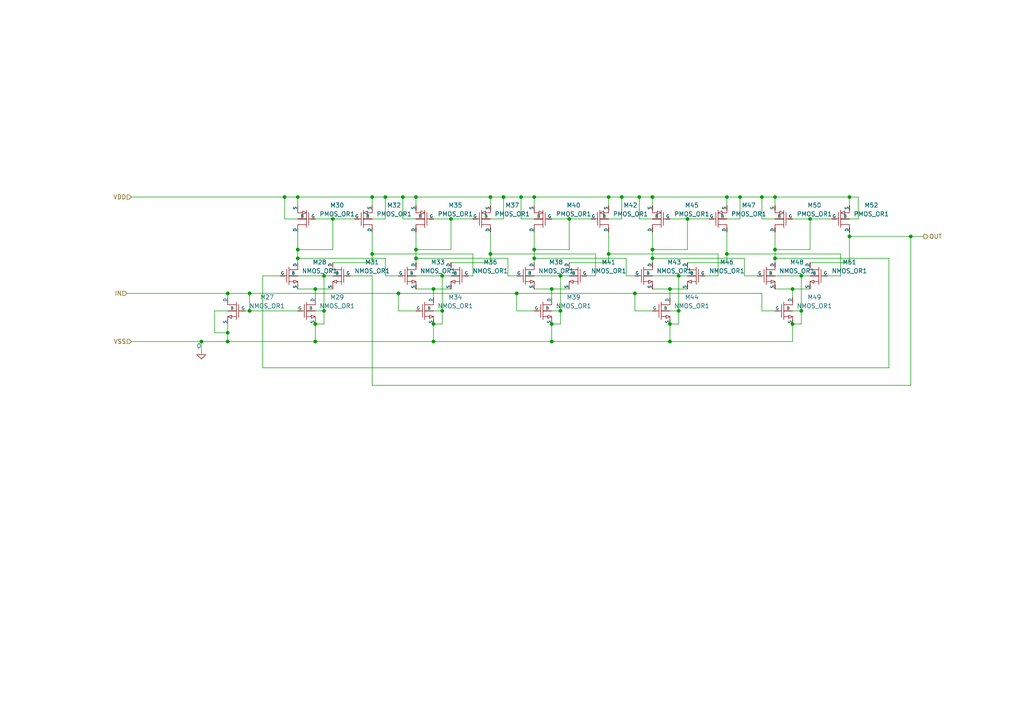
<source format=kicad_sch>
(kicad_sch (version 20230121) (generator eeschema)
  (paper "A4")
  (lib_symbols
    (symbol "OR1Symbols:0" (power) (pin_names (offset 0))
      (property "Value" "0" (at 0 -1.27 0))
      (symbol "0_0_1"
        (polyline (pts (xy -1.27 0) (xy 1.27 0) (xy 0 -1.27) (xy -1.27 0)))
      )
      (symbol "0_1_1"
        (pin power_in line (at 0 0 180) (length 0) hide (name "0") (number "1"))
      )
    )
    (symbol "OR1Symbols:NMOS_OR1" (pin_numbers hide) (pin_names (offset 0))
      (property "Reference" "M" (at 8.89 5.08 0))
      (property "Value" "NMOS_OR1" (at 8.89 2.54 0))
      (symbol "NMOS_OR1_0_1"
        (polyline (pts (xy 0 0) (xy 1.905 0)))
        (polyline (pts (xy 1.905 1.905) (xy 1.905 -1.905)))
        (polyline (pts (xy 2.54 -2.54) (xy 2.54 2.54)))
        (polyline (pts (xy 2.54 -1.651) (xy 3.937 -1.651)))
        (polyline (pts (xy 2.54 0) (xy 5.08 0)))
        (polyline (pts (xy 2.54 1.778) (xy 5.08 1.778)))
        (polyline (pts (xy 3.937 -2.159) (xy 3.937 -1.27)))
        (polyline (pts (xy 3.937 -1.27) (xy 5.08 -1.651)))
        (polyline (pts (xy 5.08 -1.651) (xy 3.937 -2.159)))
        (polyline (pts (xy 5.08 -1.651) (xy 5.08 -3.81)))
        (polyline (pts (xy 5.08 1.778) (xy 5.08 3.81)))
      )
      (symbol "NMOS_OR1_1_1"
        (pin passive line (at 5.08 3.81 270) (length 1.27) (name "D") (number "1"))
        (pin passive line (at 0 0 0) (length 1.27) (name "G") (number "2"))
        (pin passive line (at 5.08 -3.81 90) (length 1.27) (name "S") (number "3"))
        (pin passive line (at 5.08 0 180) (length 2.54) (name "B") (number "4"))
      )
    )
    (symbol "OR1Symbols:PMOS_OR1" (pin_numbers hide) (pin_names (offset 0))
      (property "Reference" "M" (at 8.89 5.08 0))
      (property "Value" "PMOS_OR1" (at 8.89 2.54 0))
      (symbol "PMOS_OR1_0_1"
        (polyline (pts (xy 0 0) (xy 1.905 0)))
        (polyline (pts (xy 1.905 1.905) (xy 1.905 -1.905)))
        (polyline (pts (xy 2.54 -2.54) (xy 2.54 2.54)))
        (polyline (pts (xy 2.54 -1.651) (xy 5.08 -1.651)))
        (polyline (pts (xy 2.54 0) (xy 5.08 0)))
        (polyline (pts (xy 2.54 1.778) (xy 3.683 2.286)))
        (polyline (pts (xy 3.683 1.397) (xy 2.54 1.778)))
        (polyline (pts (xy 3.683 1.397) (xy 3.683 2.286)))
        (polyline (pts (xy 3.683 1.778) (xy 5.08 1.778)))
        (polyline (pts (xy 5.08 -1.651) (xy 5.08 -3.81)))
        (polyline (pts (xy 5.08 1.778) (xy 5.08 3.81)))
      )
      (symbol "PMOS_OR1_1_1"
        (pin passive line (at 5.08 -3.81 90) (length 1.27) (name "D") (number "1"))
        (pin passive line (at 0 0 0) (length 1.27) (name "G") (number "2"))
        (pin passive line (at 5.08 3.81 270) (length 1.27) (name "S") (number "3"))
        (pin passive line (at 5.08 0 180) (length 2.54) (name "B") (number "4"))
      )
    )
  )
  (junction (at 93.98 80.01))
  (junction (at 232.41 80.01))
  (junction (at 154.94 72.39))
  (junction (at 224.79 57.15))
  (junction (at 120.65 57.15))
  (junction (at 91.44 93.98))
  (junction (at 125.73 99.06))
  (junction (at 196.85 90.17))
  (junction (at 115.57 85.09))
  (junction (at 107.95 73.66))
  (junction (at 232.41 90.17))
  (junction (at 194.31 93.98))
  (junction (at 162.56 80.01))
  (junction (at 162.56 90.17))
  (junction (at 234.95 63.5))
  (junction (at 142.24 73.66))
  (junction (at 229.87 93.98))
  (junction (at 58.42 99.06))
  (junction (at 160.02 83.82))
  (junction (at 160.02 99.06))
  (junction (at 86.36 57.15))
  (junction (at 180.34 57.15))
  (junction (at 125.73 93.98))
  (junction (at 229.87 83.82))
  (junction (at 176.53 57.15))
  (junction (at 91.44 99.06))
  (junction (at 130.81 63.5))
  (junction (at 199.39 63.5))
  (junction (at 91.44 83.82))
  (junction (at 210.82 73.66))
  (junction (at 214.63 57.15))
  (junction (at 116.84 57.15))
  (junction (at 93.98 90.17))
  (junction (at 189.23 74.93))
  (junction (at 184.15 85.09))
  (junction (at 176.53 73.66))
  (junction (at 246.38 57.15))
  (junction (at 66.04 96.52))
  (junction (at 224.79 72.39))
  (junction (at 120.65 72.39))
  (junction (at 128.27 80.01))
  (junction (at 185.42 57.15))
  (junction (at 149.86 85.09))
  (junction (at 107.95 57.15))
  (junction (at 146.05 57.15))
  (junction (at 264.16 68.58))
  (junction (at 210.82 57.15))
  (junction (at 165.1 63.5))
  (junction (at 220.98 57.15))
  (junction (at 154.94 74.93))
  (junction (at 86.36 72.39))
  (junction (at 82.55 57.15))
  (junction (at 142.24 57.15))
  (junction (at 194.31 99.06))
  (junction (at 194.31 83.82))
  (junction (at 151.13 57.15))
  (junction (at 120.65 74.93))
  (junction (at 160.02 93.98))
  (junction (at 86.36 74.93))
  (junction (at 128.27 90.17))
  (junction (at 246.38 68.58))
  (junction (at 154.94 57.15))
  (junction (at 189.23 57.15))
  (junction (at 66.04 85.09))
  (junction (at 111.76 57.15))
  (junction (at 72.39 90.17))
  (junction (at 72.39 85.09))
  (junction (at 96.52 63.5))
  (junction (at 125.73 83.82))
  (junction (at 189.23 72.39))
  (junction (at 66.04 99.06))
  (junction (at 224.79 74.93))
  (junction (at 196.85 80.01))
  (wire (pts (xy 194.31 93.98) (xy 194.31 99.06)))
  (wire (pts (xy 220.98 57.15) (xy 224.79 57.15)))
  (wire (pts (xy 107.95 111.76) (xy 264.16 111.76)))
  (wire (pts (xy 116.84 57.15) (xy 120.65 57.15)))
  (wire (pts (xy 96.52 63.5) (xy 96.52 72.39)))
  (wire (pts (xy 86.36 83.82) (xy 91.44 83.82)))
  (wire (pts (xy 210.82 57.15) (xy 214.63 57.15)))
  (wire (pts (xy 125.73 63.5) (xy 130.81 63.5)))
  (wire (pts (xy 115.57 85.09) (xy 149.86 85.09)))
  (wire (pts (xy 210.82 63.5) (xy 214.63 63.5)))
  (wire (pts (xy 264.16 68.58) (xy 267.97 68.58)))
  (wire (pts (xy 107.95 73.66) (xy 137.16 73.66)))
  (wire (pts (xy 224.79 74.93) (xy 224.79 76.2)))
  (wire (pts (xy 257.81 106.68) (xy 76.2 106.68)))
  (wire (pts (xy 180.34 57.15) (xy 185.42 57.15)))
  (wire (pts (xy 146.05 57.15) (xy 151.13 57.15)))
  (wire (pts (xy 120.65 83.82) (xy 125.73 83.82)))
  (wire (pts (xy 180.34 57.15) (xy 180.34 63.5)))
  (wire (pts (xy 176.53 73.66) (xy 176.53 76.2)))
  (wire (pts (xy 224.79 72.39) (xy 224.79 74.93)))
  (wire (pts (xy 165.1 63.5) (xy 171.45 63.5)))
  (wire (pts (xy 194.31 63.5) (xy 199.39 63.5)))
  (wire (pts (xy 199.39 63.5) (xy 205.74 63.5)))
  (wire (pts (xy 62.23 96.52) (xy 66.04 96.52)))
  (wire (pts (xy 128.27 93.98) (xy 125.73 93.98)))
  (wire (pts (xy 232.41 90.17) (xy 232.41 93.98)))
  (wire (pts (xy 107.95 73.66) (xy 107.95 76.2)))
  (wire (pts (xy 246.38 68.58) (xy 264.16 68.58)))
  (wire (pts (xy 86.36 72.39) (xy 96.52 72.39)))
  (wire (pts (xy 154.94 74.93) (xy 181.61 74.93)))
  (wire (pts (xy 160.02 83.82) (xy 165.1 83.82)))
  (wire (pts (xy 220.98 57.15) (xy 220.98 63.5)))
  (wire (pts (xy 210.82 73.66) (xy 210.82 76.2)))
  (wire (pts (xy 172.72 73.66) (xy 172.72 80.01)))
  (wire (pts (xy 66.04 96.52) (xy 66.04 99.06)))
  (wire (pts (xy 125.73 90.17) (xy 128.27 90.17)))
  (wire (pts (xy 232.41 80.01) (xy 232.41 90.17)))
  (wire (pts (xy 38.1 99.06) (xy 58.42 99.06)))
  (wire (pts (xy 189.23 74.93) (xy 215.9 74.93)))
  (wire (pts (xy 196.85 80.01) (xy 199.39 80.01)))
  (wire (pts (xy 86.36 80.01) (xy 93.98 80.01)))
  (wire (pts (xy 185.42 57.15) (xy 185.42 63.5)))
  (wire (pts (xy 125.73 83.82) (xy 130.81 83.82)))
  (wire (pts (xy 86.36 74.93) (xy 111.76 74.93)))
  (wire (pts (xy 142.24 73.66) (xy 142.24 76.2)))
  (wire (pts (xy 196.85 93.98) (xy 194.31 93.98)))
  (wire (pts (xy 234.95 63.5) (xy 241.3 63.5)))
  (wire (pts (xy 120.65 90.17) (xy 115.57 90.17)))
  (wire (pts (xy 135.89 80.01) (xy 137.16 80.01)))
  (wire (pts (xy 224.79 74.93) (xy 257.81 74.93)))
  (wire (pts (xy 264.16 111.76) (xy 264.16 68.58)))
  (wire (pts (xy 220.98 85.09) (xy 220.98 90.17)))
  (wire (pts (xy 111.76 74.93) (xy 111.76 80.01)))
  (wire (pts (xy 149.86 85.09) (xy 184.15 85.09)))
  (wire (pts (xy 165.1 63.5) (xy 165.1 72.39)))
  (wire (pts (xy 154.94 80.01) (xy 162.56 80.01)))
  (wire (pts (xy 215.9 74.93) (xy 215.9 80.01)))
  (wire (pts (xy 120.65 67.31) (xy 120.65 72.39)))
  (wire (pts (xy 86.36 74.93) (xy 86.36 76.2)))
  (wire (pts (xy 184.15 85.09) (xy 220.98 85.09)))
  (wire (pts (xy 107.95 80.01) (xy 107.95 111.76)))
  (wire (pts (xy 229.87 93.98) (xy 229.87 99.06)))
  (wire (pts (xy 58.42 99.06) (xy 58.42 102.87)))
  (wire (pts (xy 107.95 57.15) (xy 111.76 57.15)))
  (wire (pts (xy 210.82 76.2) (xy 199.39 76.2)))
  (wire (pts (xy 111.76 80.01) (xy 115.57 80.01)))
  (wire (pts (xy 66.04 85.09) (xy 72.39 85.09)))
  (wire (pts (xy 224.79 57.15) (xy 246.38 57.15)))
  (wire (pts (xy 142.24 67.31) (xy 142.24 73.66)))
  (wire (pts (xy 130.81 63.5) (xy 130.81 72.39)))
  (wire (pts (xy 91.44 99.06) (xy 125.73 99.06)))
  (wire (pts (xy 184.15 90.17) (xy 184.15 85.09)))
  (wire (pts (xy 160.02 63.5) (xy 165.1 63.5)))
  (wire (pts (xy 154.94 72.39) (xy 165.1 72.39)))
  (wire (pts (xy 232.41 93.98) (xy 229.87 93.98)))
  (wire (pts (xy 86.36 67.31) (xy 86.36 72.39)))
  (wire (pts (xy 246.38 68.58) (xy 246.38 76.2)))
  (wire (pts (xy 120.65 74.93) (xy 120.65 76.2)))
  (wire (pts (xy 240.03 80.01) (xy 243.84 80.01)))
  (wire (pts (xy 130.81 63.5) (xy 137.16 63.5)))
  (wire (pts (xy 189.23 74.93) (xy 189.23 76.2)))
  (wire (pts (xy 86.36 72.39) (xy 86.36 74.93)))
  (wire (pts (xy 181.61 74.93) (xy 181.61 80.01)))
  (wire (pts (xy 224.79 72.39) (xy 234.95 72.39)))
  (wire (pts (xy 76.2 80.01) (xy 81.28 80.01)))
  (wire (pts (xy 149.86 90.17) (xy 149.86 85.09)))
  (wire (pts (xy 210.82 67.31) (xy 210.82 73.66)))
  (wire (pts (xy 107.95 76.2) (xy 96.52 76.2)))
  (wire (pts (xy 220.98 63.5) (xy 224.79 63.5)))
  (wire (pts (xy 115.57 90.17) (xy 115.57 85.09)))
  (wire (pts (xy 66.04 93.98) (xy 66.04 96.52)))
  (wire (pts (xy 111.76 57.15) (xy 116.84 57.15)))
  (wire (pts (xy 189.23 67.31) (xy 189.23 72.39)))
  (wire (pts (xy 232.41 80.01) (xy 234.95 80.01)))
  (wire (pts (xy 160.02 90.17) (xy 162.56 90.17)))
  (wire (pts (xy 229.87 83.82) (xy 229.87 86.36)))
  (wire (pts (xy 154.94 90.17) (xy 149.86 90.17)))
  (wire (pts (xy 107.95 67.31) (xy 107.95 73.66)))
  (wire (pts (xy 72.39 85.09) (xy 72.39 90.17)))
  (wire (pts (xy 189.23 90.17) (xy 184.15 90.17)))
  (wire (pts (xy 125.73 93.98) (xy 125.73 99.06)))
  (wire (pts (xy 91.44 83.82) (xy 96.52 83.82)))
  (wire (pts (xy 189.23 57.15) (xy 210.82 57.15)))
  (wire (pts (xy 248.92 57.15) (xy 246.38 57.15)))
  (wire (pts (xy 199.39 63.5) (xy 199.39 72.39)))
  (wire (pts (xy 142.24 57.15) (xy 142.24 59.69)))
  (wire (pts (xy 147.32 74.93) (xy 147.32 80.01)))
  (wire (pts (xy 38.1 57.15) (xy 82.55 57.15)))
  (wire (pts (xy 214.63 57.15) (xy 220.98 57.15)))
  (wire (pts (xy 220.98 90.17) (xy 224.79 90.17)))
  (wire (pts (xy 196.85 90.17) (xy 196.85 93.98)))
  (wire (pts (xy 160.02 83.82) (xy 160.02 86.36)))
  (wire (pts (xy 111.76 57.15) (xy 111.76 63.5)))
  (wire (pts (xy 128.27 90.17) (xy 128.27 93.98)))
  (wire (pts (xy 246.38 63.5) (xy 248.92 63.5)))
  (wire (pts (xy 82.55 63.5) (xy 82.55 57.15)))
  (wire (pts (xy 224.79 67.31) (xy 224.79 72.39)))
  (wire (pts (xy 66.04 90.17) (xy 62.23 90.17)))
  (wire (pts (xy 72.39 85.09) (xy 115.57 85.09)))
  (wire (pts (xy 196.85 80.01) (xy 196.85 90.17)))
  (wire (pts (xy 189.23 72.39) (xy 189.23 74.93)))
  (wire (pts (xy 176.53 67.31) (xy 176.53 73.66)))
  (wire (pts (xy 86.36 57.15) (xy 107.95 57.15)))
  (wire (pts (xy 189.23 80.01) (xy 196.85 80.01)))
  (wire (pts (xy 76.2 106.68) (xy 76.2 80.01)))
  (wire (pts (xy 137.16 73.66) (xy 137.16 80.01)))
  (wire (pts (xy 162.56 93.98) (xy 160.02 93.98)))
  (wire (pts (xy 189.23 72.39) (xy 199.39 72.39)))
  (wire (pts (xy 248.92 63.5) (xy 248.92 57.15)))
  (wire (pts (xy 234.95 63.5) (xy 234.95 72.39)))
  (wire (pts (xy 91.44 93.98) (xy 91.44 99.06)))
  (wire (pts (xy 120.65 74.93) (xy 147.32 74.93)))
  (wire (pts (xy 72.39 90.17) (xy 86.36 90.17)))
  (wire (pts (xy 176.53 57.15) (xy 176.53 59.69)))
  (wire (pts (xy 107.95 57.15) (xy 107.95 59.69)))
  (wire (pts (xy 162.56 80.01) (xy 162.56 90.17)))
  (wire (pts (xy 91.44 83.82) (xy 91.44 86.36)))
  (wire (pts (xy 116.84 63.5) (xy 116.84 57.15)))
  (wire (pts (xy 142.24 63.5) (xy 146.05 63.5)))
  (wire (pts (xy 128.27 80.01) (xy 130.81 80.01)))
  (wire (pts (xy 71.12 90.17) (xy 72.39 90.17)))
  (wire (pts (xy 128.27 80.01) (xy 128.27 90.17)))
  (wire (pts (xy 160.02 93.98) (xy 160.02 99.06)))
  (wire (pts (xy 154.94 57.15) (xy 176.53 57.15)))
  (wire (pts (xy 189.23 83.82) (xy 194.31 83.82)))
  (wire (pts (xy 224.79 59.69) (xy 224.79 57.15)))
  (wire (pts (xy 208.28 73.66) (xy 208.28 80.01)))
  (wire (pts (xy 229.87 63.5) (xy 234.95 63.5)))
  (wire (pts (xy 194.31 99.06) (xy 229.87 99.06)))
  (wire (pts (xy 172.72 80.01) (xy 170.18 80.01)))
  (wire (pts (xy 189.23 59.69) (xy 189.23 57.15)))
  (wire (pts (xy 147.32 80.01) (xy 149.86 80.01)))
  (wire (pts (xy 210.82 73.66) (xy 243.84 73.66)))
  (wire (pts (xy 120.65 57.15) (xy 142.24 57.15)))
  (wire (pts (xy 176.53 57.15) (xy 180.34 57.15)))
  (wire (pts (xy 142.24 57.15) (xy 146.05 57.15)))
  (wire (pts (xy 194.31 90.17) (xy 196.85 90.17)))
  (wire (pts (xy 154.94 59.69) (xy 154.94 57.15)))
  (wire (pts (xy 210.82 57.15) (xy 210.82 59.69)))
  (wire (pts (xy 176.53 73.66) (xy 208.28 73.66)))
  (wire (pts (xy 194.31 83.82) (xy 199.39 83.82)))
  (wire (pts (xy 120.65 72.39) (xy 120.65 74.93)))
  (wire (pts (xy 154.94 72.39) (xy 154.94 74.93)))
  (wire (pts (xy 185.42 63.5) (xy 189.23 63.5)))
  (wire (pts (xy 96.52 63.5) (xy 102.87 63.5)))
  (wire (pts (xy 194.31 83.82) (xy 194.31 86.36)))
  (wire (pts (xy 154.94 67.31) (xy 154.94 72.39)))
  (wire (pts (xy 151.13 57.15) (xy 154.94 57.15)))
  (wire (pts (xy 146.05 63.5) (xy 146.05 57.15)))
  (wire (pts (xy 36.83 85.09) (xy 66.04 85.09)))
  (wire (pts (xy 176.53 63.5) (xy 180.34 63.5)))
  (wire (pts (xy 66.04 99.06) (xy 91.44 99.06)))
  (wire (pts (xy 86.36 57.15) (xy 82.55 57.15)))
  (wire (pts (xy 93.98 93.98) (xy 91.44 93.98)))
  (wire (pts (xy 111.76 63.5) (xy 107.95 63.5)))
  (wire (pts (xy 214.63 63.5) (xy 214.63 57.15)))
  (wire (pts (xy 176.53 76.2) (xy 165.1 76.2)))
  (wire (pts (xy 62.23 90.17) (xy 62.23 96.52)))
  (wire (pts (xy 162.56 80.01) (xy 165.1 80.01)))
  (wire (pts (xy 151.13 63.5) (xy 154.94 63.5)))
  (wire (pts (xy 86.36 59.69) (xy 86.36 57.15)))
  (wire (pts (xy 125.73 83.82) (xy 125.73 86.36)))
  (wire (pts (xy 246.38 76.2) (xy 234.95 76.2)))
  (wire (pts (xy 257.81 74.93) (xy 257.81 106.68)))
  (wire (pts (xy 86.36 63.5) (xy 82.55 63.5)))
  (wire (pts (xy 93.98 90.17) (xy 93.98 93.98)))
  (wire (pts (xy 120.65 72.39) (xy 130.81 72.39)))
  (wire (pts (xy 246.38 57.15) (xy 246.38 59.69)))
  (wire (pts (xy 224.79 80.01) (xy 232.41 80.01)))
  (wire (pts (xy 204.47 80.01) (xy 208.28 80.01)))
  (wire (pts (xy 185.42 57.15) (xy 189.23 57.15)))
  (wire (pts (xy 229.87 90.17) (xy 232.41 90.17)))
  (wire (pts (xy 229.87 83.82) (xy 234.95 83.82)))
  (wire (pts (xy 142.24 76.2) (xy 130.81 76.2)))
  (wire (pts (xy 246.38 67.31) (xy 246.38 68.58)))
  (wire (pts (xy 154.94 83.82) (xy 160.02 83.82)))
  (wire (pts (xy 224.79 83.82) (xy 229.87 83.82)))
  (wire (pts (xy 154.94 74.93) (xy 154.94 76.2)))
  (wire (pts (xy 120.65 63.5) (xy 116.84 63.5)))
  (wire (pts (xy 91.44 63.5) (xy 96.52 63.5)))
  (wire (pts (xy 120.65 80.01) (xy 128.27 80.01)))
  (wire (pts (xy 243.84 73.66) (xy 243.84 80.01)))
  (wire (pts (xy 101.6 80.01) (xy 107.95 80.01)))
  (wire (pts (xy 93.98 80.01) (xy 93.98 90.17)))
  (wire (pts (xy 125.73 99.06) (xy 160.02 99.06)))
  (wire (pts (xy 151.13 57.15) (xy 151.13 63.5)))
  (wire (pts (xy 58.42 99.06) (xy 66.04 99.06)))
  (wire (pts (xy 162.56 90.17) (xy 162.56 93.98)))
  (wire (pts (xy 142.24 73.66) (xy 172.72 73.66)))
  (wire (pts (xy 66.04 85.09) (xy 66.04 86.36)))
  (wire (pts (xy 91.44 90.17) (xy 93.98 90.17)))
  (wire (pts (xy 215.9 80.01) (xy 219.71 80.01)))
  (wire (pts (xy 181.61 80.01) (xy 184.15 80.01)))
  (wire (pts (xy 93.98 80.01) (xy 96.52 80.01)))
  (wire (pts (xy 120.65 59.69) (xy 120.65 57.15)))
  (wire (pts (xy 160.02 99.06) (xy 194.31 99.06)))
  (hierarchical_label "VDD" (shape input) (at 38.1 57.15 180))
  (hierarchical_label "OUT" (shape output) (at 267.97 68.58 0))
  (hierarchical_label "VSS" (shape input) (at 38.1 99.06 180))
  (hierarchical_label "IN" (shape input) (at 36.83 85.09 180))
  (symbol (lib_id "OR1Symbols:PMOS_OR1") (at 137.16 63.5 0) (unit 1)
    (property "Reference" "M37" (at 148.59 59.5377 0))
    (property "Value" "PMOS_OR1" (at 148.59 62.0777 0))
    (property "Sim.Pins" "1=1 2=2 3=3 4=4" (effects hide))
    (property "Sim.Device" "SPICE" (effects hide))
    (property "Sim.Params" "type=\"M\" model=\"PMOS_OR1 l=1u w=6u\" lib=\"\"" (effects hide))
  )
  (symbol (lib_id "OR1Symbols:NMOS_OR1") (at 184.15 80.01 0) (unit 1)
    (property "Reference" "M43" (at 195.58 76.0477 0))
    (property "Value" "NMOS_OR1" (at 195.58 78.5877 0))
    (property "Sim.Pins" "1=1 2=2 3=3 4=4" (effects hide))
    (property "Sim.Device" "SPICE" (effects hide))
    (property "Sim.Params" "type=\"M\" model=\"NMOS_OR1 l=1u w=2u\" lib=\"\"" (effects hide))
  )
  (symbol (lib_id "OR1Symbols:PMOS_OR1") (at 160.02 63.5 0) (mirror y) (unit 1)
    (property "Reference" "M40" (at 166.37 59.5377 0))
    (property "Value" "PMOS_OR1" (at 166.37 62.0777 0))
    (property "Sim.Pins" "1=1 2=2 3=3 4=4" (effects hide))
    (property "Sim.Device" "SPICE" (effects hide))
    (property "Sim.Params" "type=\"M\" model=\"PMOS_OR1 l=1u w=6u\" lib=\"\"" (effects hide))
  )
  (symbol (lib_id "OR1Symbols:NMOS_OR1") (at 135.89 80.01 0) (mirror y) (unit 1)
    (property "Reference" "M36" (at 142.24 76.0477 0))
    (property "Value" "NMOS_OR1" (at 142.24 78.5877 0))
    (property "Sim.Pins" "1=1 2=2 3=3 4=4" (effects hide))
    (property "Sim.Device" "SPICE" (effects hide))
    (property "Sim.Params" "type=\"M\" model=\"NMOS_OR1 l=1u w=2u\" lib=\"\"" (effects hide))
  )
  (symbol (lib_id "OR1Symbols:NMOS_OR1") (at 115.57 80.01 0) (unit 1)
    (property "Reference" "M33" (at 127 76.0477 0))
    (property "Value" "NMOS_OR1" (at 127 78.5877 0))
    (property "Sim.Pins" "1=1 2=2 3=3 4=4" (effects hide))
    (property "Sim.Device" "SPICE" (effects hide))
    (property "Sim.Params" "type=\"M\" model=\"NMOS_OR1 l=1u w=2u\" lib=\"\"" (effects hide))
  )
  (symbol (lib_id "OR1Symbols:NMOS_OR1") (at 224.79 90.17 0) (unit 1)
    (property "Reference" "M49" (at 236.22 86.2077 0))
    (property "Value" "NMOS_OR1" (at 236.22 88.7477 0))
    (property "Sim.Pins" "1=1 2=2 3=3 4=4" (effects hide))
    (property "Sim.Device" "SPICE" (effects hide))
    (property "Sim.Params" "type=\"M\" model=\"NMOS_OR1 l=1u w=2u\" lib=\"\"" (effects hide))
  )
  (symbol (lib_id "OR1Symbols:NMOS_OR1") (at 154.94 90.17 0) (unit 1)
    (property "Reference" "M39" (at 166.37 86.2077 0))
    (property "Value" "NMOS_OR1" (at 166.37 88.7477 0))
    (property "Sim.Pins" "1=1 2=2 3=3 4=4" (effects hide))
    (property "Sim.Device" "SPICE" (effects hide))
    (property "Sim.Params" "type=\"M\" model=\"NMOS_OR1 l=1u w=2u\" lib=\"\"" (effects hide))
  )
  (symbol (lib_id "OR1Symbols:PMOS_OR1") (at 91.44 63.5 0) (mirror y) (unit 1)
    (property "Reference" "M30" (at 97.79 59.5377 0))
    (property "Value" "PMOS_OR1" (at 97.79 62.0777 0))
    (property "Sim.Pins" "1=1 2=2 3=3 4=4" (effects hide))
    (property "Sim.Device" "SPICE" (effects hide))
    (property "Sim.Params" "type=\"M\" model=\"PMOS_OR1 l=1u w=6u\" lib=\"\"" (effects hide))
  )
  (symbol (lib_id "OR1Symbols:NMOS_OR1") (at 101.6 80.01 0) (mirror y) (unit 1)
    (property "Reference" "M31" (at 107.95 76.0477 0))
    (property "Value" "NMOS_OR1" (at 107.95 78.5877 0))
    (property "Sim.Pins" "1=1 2=2 3=3 4=4" (effects hide))
    (property "Sim.Device" "SPICE" (effects hide))
    (property "Sim.Params" "type=\"M\" model=\"NMOS_OR1 l=1u w=2u\" lib=\"\"" (effects hide))
  )
  (symbol (lib_id "OR1Symbols:NMOS_OR1") (at 71.12 90.17 0) (mirror y) (unit 1)
    (property "Reference" "M27" (at 77.47 86.2077 0))
    (property "Value" "NMOS_OR1" (at 77.47 88.7477 0))
    (property "Sim.Pins" "1=1 2=2 3=3 4=4" (effects hide))
    (property "Sim.Device" "SPICE" (effects hide))
    (property "Sim.Params" "type=\"M\" model=\"NMOS_OR1 l=1u w=2u\" lib=\"\"" (effects hide))
  )
  (symbol (lib_id "OR1Symbols:PMOS_OR1") (at 171.45 63.5 0) (unit 1)
    (property "Reference" "M42" (at 182.88 59.5377 0))
    (property "Value" "PMOS_OR1" (at 182.88 62.0777 0))
    (property "Sim.Pins" "1=1 2=2 3=3 4=4" (effects hide))
    (property "Sim.Device" "SPICE" (effects hide))
    (property "Sim.Params" "type=\"M\" model=\"PMOS_OR1 l=1u w=6u\" lib=\"\"" (effects hide))
  )
  (symbol (lib_id "OR1Symbols:PMOS_OR1") (at 125.73 63.5 0) (mirror y) (unit 1)
    (property "Reference" "M35" (at 132.08 59.5377 0))
    (property "Value" "PMOS_OR1" (at 132.08 62.0777 0))
    (property "Sim.Pins" "1=1 2=2 3=3 4=4" (effects hide))
    (property "Sim.Device" "SPICE" (effects hide))
    (property "Sim.Params" "type=\"M\" model=\"PMOS_OR1 l=1u w=6u\" lib=\"\"" (effects hide))
  )
  (symbol (lib_id "OR1Symbols:NMOS_OR1") (at 189.23 90.17 0) (unit 1)
    (property "Reference" "M44" (at 200.66 86.2077 0))
    (property "Value" "NMOS_OR1" (at 200.66 88.7477 0))
    (property "Sim.Pins" "1=1 2=2 3=3 4=4" (effects hide))
    (property "Sim.Device" "SPICE" (effects hide))
    (property "Sim.Params" "type=\"M\" model=\"NMOS_OR1 l=1u w=2u\" lib=\"\"" (effects hide))
  )
  (symbol (lib_id "OR1Symbols:NMOS_OR1") (at 81.28 80.01 0) (unit 1)
    (property "Reference" "M28" (at 92.71 76.0477 0))
    (property "Value" "NMOS_OR1" (at 92.71 78.5877 0))
    (property "Sim.Pins" "1=1 2=2 3=3 4=4" (effects hide))
    (property "Sim.Device" "SPICE" (effects hide))
    (property "Sim.Params" "type=\"M\" model=\"NMOS_OR1 l=1u w=2u\" lib=\"\"" (effects hide))
  )
  (symbol (lib_id "OR1Symbols:NMOS_OR1") (at 204.47 80.01 0) (mirror y) (unit 1)
    (property "Reference" "M46" (at 210.82 76.0477 0))
    (property "Value" "NMOS_OR1" (at 210.82 78.5877 0))
    (property "Sim.Pins" "1=1 2=2 3=3 4=4" (effects hide))
    (property "Sim.Device" "SPICE" (effects hide))
    (property "Sim.Params" "type=\"M\" model=\"NMOS_OR1 l=1u w=2u\" lib=\"\"" (effects hide))
  )
  (symbol (lib_id "OR1Symbols:NMOS_OR1") (at 240.03 80.01 0) (mirror y) (unit 1)
    (property "Reference" "M51" (at 246.38 76.0477 0))
    (property "Value" "NMOS_OR1" (at 246.38 78.5877 0))
    (property "Sim.Pins" "1=1 2=2 3=3 4=4" (effects hide))
    (property "Sim.Device" "SPICE" (effects hide))
    (property "Sim.Params" "type=\"M\" model=\"NMOS_OR1 l=1u w=2u\" lib=\"\"" (effects hide))
  )
  (symbol (lib_id "OR1Symbols:PMOS_OR1") (at 241.3 63.5 0) (unit 1)
    (property "Reference" "M52" (at 252.73 59.5377 0))
    (property "Value" "PMOS_OR1" (at 252.73 62.0777 0))
    (property "Sim.Pins" "1=1 2=2 3=3 4=4" (effects hide))
    (property "Sim.Device" "SPICE" (effects hide))
    (property "Sim.Params" "type=\"M\" model=\"PMOS_OR1 l=1u w=6u\" lib=\"\"" (effects hide))
  )
  (symbol (lib_id "OR1Symbols:NMOS_OR1") (at 149.86 80.01 0) (unit 1)
    (property "Reference" "M38" (at 161.29 76.0477 0))
    (property "Value" "NMOS_OR1" (at 161.29 78.5877 0))
    (property "Sim.Pins" "1=1 2=2 3=3 4=4" (effects hide))
    (property "Sim.Device" "SPICE" (effects hide))
    (property "Sim.Params" "type=\"M\" model=\"NMOS_OR1 l=1u w=2u\" lib=\"\"" (effects hide))
  )
  (symbol (lib_id "OR1Symbols:PMOS_OR1") (at 229.87 63.5 0) (mirror y) (unit 1)
    (property "Reference" "M50" (at 236.22 59.5377 0))
    (property "Value" "PMOS_OR1" (at 236.22 62.0777 0))
    (property "Sim.Pins" "1=1 2=2 3=3 4=4" (effects hide))
    (property "Sim.Device" "SPICE" (effects hide))
    (property "Sim.Params" "type=\"M\" model=\"PMOS_OR1 l=1u w=6u\" lib=\"\"" (effects hide))
  )
  (symbol (lib_id "OR1Symbols:NMOS_OR1") (at 219.71 80.01 0) (unit 1)
    (property "Reference" "M48" (at 231.14 76.0477 0))
    (property "Value" "NMOS_OR1" (at 231.14 78.5877 0))
    (property "Sim.Pins" "1=1 2=2 3=3 4=4" (effects hide))
    (property "Sim.Device" "SPICE" (effects hide))
    (property "Sim.Params" "type=\"M\" model=\"NMOS_OR1 l=1u w=2u\" lib=\"\"" (effects hide))
  )
  (symbol (lib_id "OR1Symbols:PMOS_OR1") (at 205.74 63.5 0) (unit 1)
    (property "Reference" "M47" (at 217.17 59.5377 0))
    (property "Value" "PMOS_OR1" (at 217.17 62.0777 0))
    (property "Sim.Pins" "1=1 2=2 3=3 4=4" (effects hide))
    (property "Sim.Device" "SPICE" (effects hide))
    (property "Sim.Params" "type=\"M\" model=\"PMOS_OR1 l=1u w=6u\" lib=\"\"" (effects hide))
  )
  (symbol (lib_id "OR1Symbols:0") (at 58.42 102.87 0) (unit 1)
    (property "Reference" "#GND02" (effects hide))
    (property "Value" "0" (at 58.42 100.33 0) (effects (justify right)))
  )
  (symbol (lib_id "OR1Symbols:PMOS_OR1") (at 194.31 63.5 0) (mirror y) (unit 1)
    (property "Reference" "M45" (at 200.66 59.5377 0))
    (property "Value" "PMOS_OR1" (at 200.66 62.0777 0))
    (property "Sim.Pins" "1=1 2=2 3=3 4=4" (effects hide))
    (property "Sim.Device" "SPICE" (effects hide))
    (property "Sim.Params" "type=\"M\" model=\"PMOS_OR1 l=1u w=6u\" lib=\"\"" (effects hide))
  )
  (symbol (lib_id "OR1Symbols:NMOS_OR1") (at 86.36 90.17 0) (unit 1)
    (property "Reference" "M29" (at 97.79 86.2077 0))
    (property "Value" "NMOS_OR1" (at 97.79 88.7477 0))
    (property "Sim.Pins" "1=1 2=2 3=3 4=4" (effects hide))
    (property "Sim.Device" "SPICE" (effects hide))
    (property "Sim.Params" "type=\"M\" model=\"NMOS_OR1 l=1u w=2u\" lib=\"\"" (effects hide))
  )
  (symbol (lib_id "OR1Symbols:NMOS_OR1") (at 170.18 80.01 0) (mirror y) (unit 1)
    (property "Reference" "M41" (at 176.53 76.0477 0))
    (property "Value" "NMOS_OR1" (at 176.53 78.5877 0))
    (property "Sim.Pins" "1=1 2=2 3=3 4=4" (effects hide))
    (property "Sim.Device" "SPICE" (effects hide))
    (property "Sim.Params" "type=\"M\" model=\"NMOS_OR1 l=1u w=2u\" lib=\"\"" (effects hide))
  )
  (symbol (lib_id "OR1Symbols:NMOS_OR1") (at 120.65 90.17 0) (unit 1)
    (property "Reference" "M34" (at 132.08 86.2077 0))
    (property "Value" "NMOS_OR1" (at 132.08 88.7477 0))
    (property "Sim.Pins" "1=1 2=2 3=3 4=4" (effects hide))
    (property "Sim.Device" "SPICE" (effects hide))
    (property "Sim.Params" "type=\"M\" model=\"NMOS_OR1 l=1u w=2u\" lib=\"\"" (effects hide))
  )
  (symbol (lib_id "OR1Symbols:PMOS_OR1") (at 102.87 63.5 0) (unit 1)
    (property "Reference" "M32" (at 114.3 59.5377 0))
    (property "Value" "PMOS_OR1" (at 114.3 62.0777 0))
    (property "Sim.Pins" "1=1 2=2 3=3 4=4" (effects hide))
    (property "Sim.Device" "SPICE" (effects hide))
    (property "Sim.Params" "type=\"M\" model=\"PMOS_OR1 l=1u w=6u\" lib=\"\"" (effects hide))
  )
)
</source>
